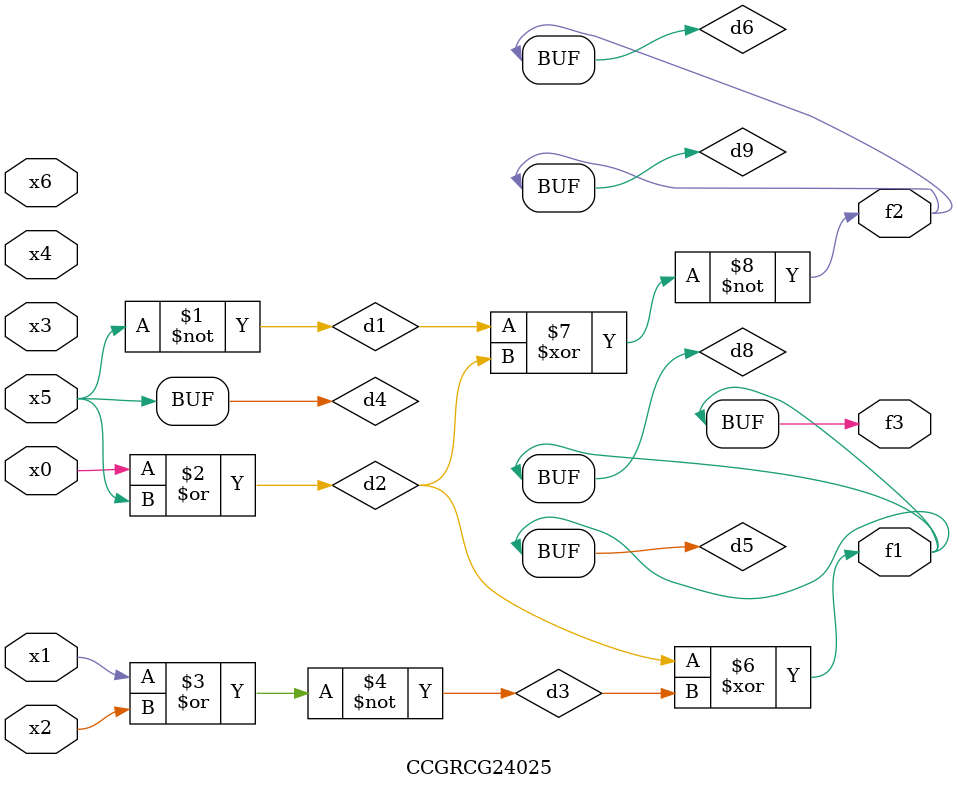
<source format=v>
module CCGRCG24025(
	input x0, x1, x2, x3, x4, x5, x6,
	output f1, f2, f3
);

	wire d1, d2, d3, d4, d5, d6, d7, d8, d9;

	nand (d1, x5);
	or (d2, x0, x5);
	nor (d3, x1, x2);
	xnor (d4, d1);
	xor (d5, d2, d3);
	xnor (d6, d1, d2);
	not (d7, x4);
	buf (d8, d5);
	xor (d9, d6);
	assign f1 = d8;
	assign f2 = d9;
	assign f3 = d8;
endmodule

</source>
